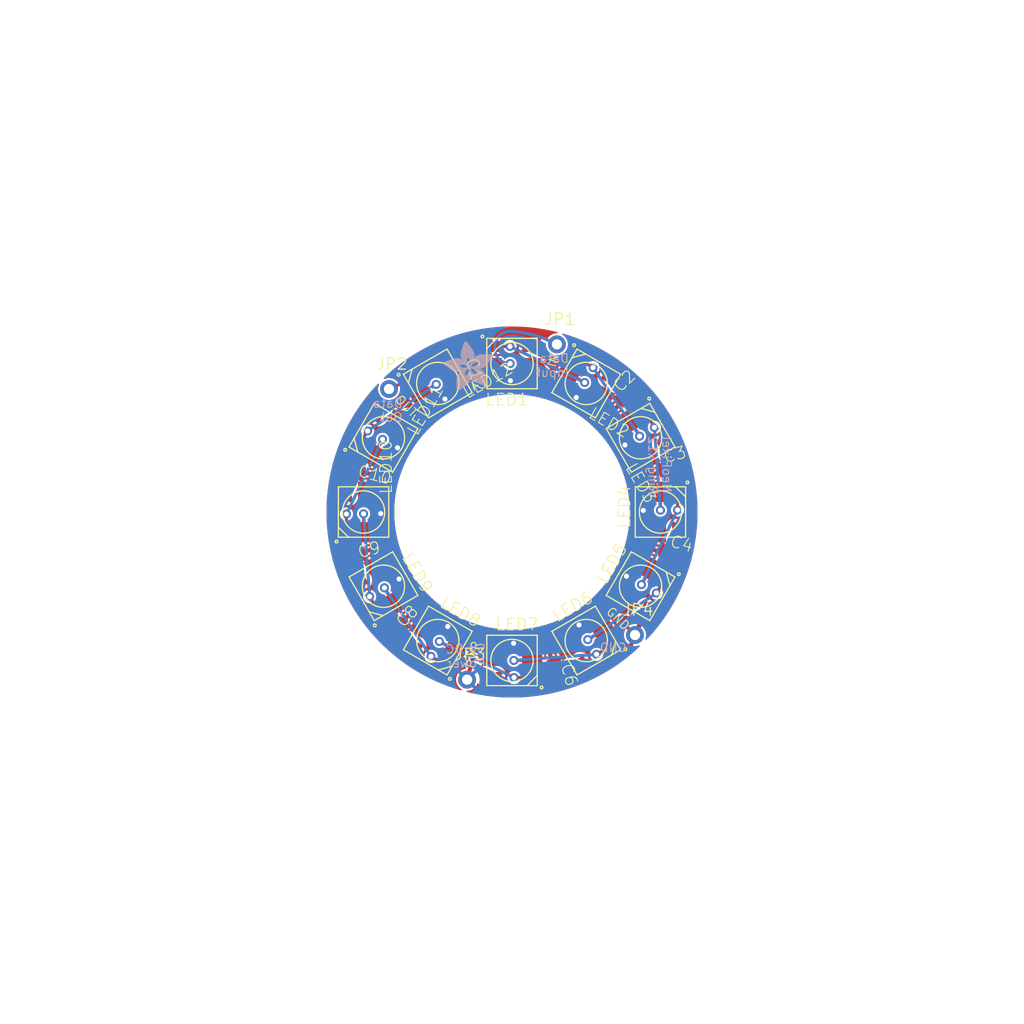
<source format=kicad_pcb>
(kicad_pcb (version 20221018) (generator pcbnew)
  (layers (0 "F.Cu" signal) (31 "B.Cu" signal) (34 "B.Paste" user) (35 "F.Paste" user) (36 "B.SilkS" user "B.Silkscreen") (37 "F.SilkS" user "F.Silkscreen") (38 "B.Mask" user) (39 "F.Mask" user) (44 "Edge.Cuts" user))
  (net 0 "")
  (net 1 "VDD")
  (net 2 "GND")
  (net 3 "N$1")
  (net 4 "N$2")
  (net 5 "N$3")
  (net 6 "N$4")
  (net 7 "N$5")
  (net 8 "N$6")
  (net 9 "N$7")
  (net 10 "N$8")
  (net 11 "N$9")
  (net 12 "N$10")
  (net 13 "N$11")
  (net 14 "N$13")
  (net 15 "N$14")
  (footprint "working:WS28115050" (layer "F.Cu") (at 161.259265 112.3696 60)
    (fp_text reference "LED5" (at -1.7 -2.9 60) (layer "F.SilkS") (effects (font (size 1.1684 1.1684) (thickness 0.1016)) (justify left bottom)))
    (fp_text value "WS28115050")
    (pad "DI" smd rect (at 2 0 60) (size 2 1.1) (layers "F.Cu" "F.Paste" "F.Mask") (net 6 "N$4"))
    (pad "DO" smd rect (at 2 1.7 60) (size 2 1.1) (layers "F.Cu" "F.Paste" "F.Mask") (net 7 "N$5"))
    (pad "LEDVDD" smd rect (at -2 0 60) (size 2 1.1) (layers "F.Cu" "F.Paste" "F.Mask") (net 1 "VDD"))
    (pad "NC" smd rect (at -2 -1.7 60) (size 2 1.1) (layers "F.Cu" "F.Paste" "F.Mask"))
    (pad "VDD" smd rect (at 2 -1.7 60) (size 2 1.1) (layers "F.Cu" "F.Paste" "F.Mask") (net 1 "VDD"))
    (pad "VSS" smd rect (at -2 1.7 60) (size 2 1.1) (layers "F.Cu" "F.Paste" "F.Mask") (net 2 "GND"))
  )
  (footprint "working:WS28115050" (layer "F.Cu") (at 155.8671 117.761765 30)
    (fp_text reference "LED6" (at -1.7 -2.9 30) (layer "F.SilkS") (effects (font (size 1.1684 1.1684) (thickness 0.1016)) (justify left bottom)))
    (fp_text value "WS28115050")
    (pad "DI" smd rect (at 2 0 30) (size 2 1.1) (layers "F.Cu" "F.Paste" "F.Mask") (net 7 "N$5"))
    (pad "DO" smd rect (at 2 1.7 30) (size 2 1.1) (layers "F.Cu" "F.Paste" "F.Mask") (net 8 "N$6"))
    (pad "LEDVDD" smd rect (at -2 0 30) (size 2 1.1) (layers "F.Cu" "F.Paste" "F.Mask") (net 1 "VDD"))
    (pad "NC" smd rect (at -2 -1.7 30) (size 2 1.1) (layers "F.Cu" "F.Paste" "F.Mask"))
    (pad "VDD" smd rect (at 2 -1.7 30) (size 2 1.1) (layers "F.Cu" "F.Paste" "F.Mask") (net 1 "VDD"))
    (pad "VSS" smd rect (at -2 1.7 30) (size 2 1.1) (layers "F.Cu" "F.Paste" "F.Mask") (net 2 "GND"))
  )
  (footprint "working:WS28115050" (layer "F.Cu") (at 148.5011 119.7356)
    (fp_text reference "LED7" (at -1.7 -2.9) (layer "F.SilkS") (effects (font (size 1.1684 1.1684) (thickness 0.1016)) (justify left bottom)))
    (fp_text value "WS28115050")
    (pad "DI" smd rect (at 2 0) (size 2 1.1) (layers "F.Cu" "F.Paste" "F.Mask") (net 8 "N$6"))
    (pad "DO" smd rect (at 2 1.7) (size 2 1.1) (layers "F.Cu" "F.Paste" "F.Mask") (net 9 "N$7"))
    (pad "LEDVDD" smd rect (at -2 0) (size 2 1.1) (layers "F.Cu" "F.Paste" "F.Mask") (net 1 "VDD"))
    (pad "NC" smd rect (at -2 -1.7) (size 2 1.1) (layers "F.Cu" "F.Paste" "F.Mask"))
    (pad "VDD" smd rect (at 2 -1.7) (size 2 1.1) (layers "F.Cu" "F.Paste" "F.Mask") (net 1 "VDD"))
    (pad "VSS" smd rect (at -2 1.7) (size 2 1.1) (layers "F.Cu" "F.Paste" "F.Mask") (net 2 "GND"))
  )
  (footprint "working:1X01-CLEANBIG" (layer "F.Cu") (at 136.297707 92.799388)
    (fp_text reference "JP2" (at -1.3462 -1.8288) (layer "F.SilkS") (effects (font (size 1.143 1.143) (thickness 0.127)) (justify left bottom)))
    (fp_text value "")
    (pad "1" thru_hole circle (at 0 0) (size 1.778 1.778) (drill 1.016) (layers "*.Cu" "*.Mask") (net 15 "N$14"))
  )
  (footprint "working:WS28115050" (layer "F.Cu") (at 141.1351 92.245435 -150)
    (fp_text reference "LED12" (at -1.7 -2.9 -150) (layer "F.SilkS") (effects (font (size 1.1684 1.1684) (thickness 0.1016)) (justify left bottom)))
    (fp_text value "WS28115050")
    (pad "DI" smd rect (at 2 0 210) (size 2 1.1) (layers "F.Cu" "F.Paste" "F.Mask") (net 13 "N$11"))
    (pad "DO" smd rect (at 2 1.7 210) (size 2 1.1) (layers "F.Cu" "F.Paste" "F.Mask") (net 15 "N$14"))
    (pad "LEDVDD" smd rect (at -2 0 210) (size 2 1.1) (layers "F.Cu" "F.Paste" "F.Mask") (net 1 "VDD"))
    (pad "NC" smd rect (at -2 -1.7 210) (size 2 1.1) (layers "F.Cu" "F.Paste" "F.Mask"))
    (pad "VDD" smd rect (at 2 -1.7 210) (size 2 1.1) (layers "F.Cu" "F.Paste" "F.Mask") (net 1 "VDD"))
    (pad "VSS" smd rect (at -2 1.7 210) (size 2 1.1) (layers "F.Cu" "F.Paste" "F.Mask") (net 2 "GND"))
  )
  (footprint "working:1X01-CLEANBIG" (layer "F.Cu") (at 152.960375 88.366441)
    (fp_text reference "JP1" (at -1.3462 -1.8288) (layer "F.SilkS") (effects (font (size 1.143 1.143) (thickness 0.127)) (justify left bottom)))
    (fp_text value "")
    (pad "1" thru_hole circle (at 0 0) (size 1.778 1.778) (drill 1.016) (layers "*.Cu" "*.Mask") (net 14 "N$13"))
  )
  (footprint "working:C0603" (layer "F.Cu") (at 164.44849 109.27664 -15)
    (fp_text reference "C4" (at -0.635 -0.635 -15) (layer "F.SilkS") (effects (font (size 1.1684 1.1684) (thickness 0.1016)) (justify left bottom)))
    (fp_text value "")
    (pad "1" smd rect (at -0.85 0 345) (size 1.1 1) (layers "F.Cu" "F.Paste" "F.Mask") (net 1 "VDD"))
    (pad "2" smd rect (at 0.85 0 345) (size 1.1 1) (layers "F.Cu" "F.Paste" "F.Mask") (net 2 "GND"))
  )
  (footprint "working:C0603" (layer "F.Cu") (at 160.175446 93.329254 45)
    (fp_text reference "C2" (at -0.635 -0.635 45) (layer "F.SilkS") (effects (font (size 1.1684 1.1684) (thickness 0.1016)) (justify left bottom)))
    (fp_text value "")
    (pad "1" smd rect (at -0.85 0 45) (size 1.1 1) (layers "F.Cu" "F.Paste" "F.Mask") (net 1 "VDD"))
    (pad "2" smd rect (at 0.85 0 45) (size 1.1 1) (layers "F.Cu" "F.Paste" "F.Mask") (net 2 "GND"))
  )
  (footprint "working:WS28115050" (layer "F.Cu") (at 163.2331 105.0036 90)
    (fp_text reference "LED4" (at -1.7 -2.9 90) (layer "F.SilkS") (effects (font (size 1.1684 1.1684) (thickness 0.1016)) (justify left bottom)))
    (fp_text value "WS28115050")
    (pad "DI" smd rect (at 2 0 90) (size 2 1.1) (layers "F.Cu" "F.Paste" "F.Mask") (net 5 "N$3"))
    (pad "DO" smd rect (at 2 1.7 90) (size 2 1.1) (layers "F.Cu" "F.Paste" "F.Mask") (net 6 "N$4"))
    (pad "LEDVDD" smd rect (at -2 0 90) (size 2 1.1) (layers "F.Cu" "F.Paste" "F.Mask") (net 1 "VDD"))
    (pad "NC" smd rect (at -2 -1.7 90) (size 2 1.1) (layers "F.Cu" "F.Paste" "F.Mask"))
    (pad "VDD" smd rect (at 2 -1.7 90) (size 2 1.1) (layers "F.Cu" "F.Paste" "F.Mask") (net 1 "VDD"))
    (pad "VSS" smd rect (at -2 1.7 90) (size 2 1.1) (layers "F.Cu" "F.Paste" "F.Mask") (net 2 "GND"))
  )
  (footprint "working:C0603" (layer "F.Cu") (at 152.77414 120.95099 -75)
    (fp_text reference "C6" (at -0.635 -0.635 -75) (layer "F.SilkS") (effects (font (size 1.1684 1.1684) (thickness 0.1016)) (justify left bottom)))
    (fp_text value "")
    (pad "1" smd rect (at -0.85 0 285) (size 1.1 1) (layers "F.Cu" "F.Paste" "F.Mask") (net 1 "VDD"))
    (pad "2" smd rect (at 0.85 0 285) (size 1.1 1) (layers "F.Cu" "F.Paste" "F.Mask") (net 2 "GND"))
  )
  (footprint "working:WS28115050" (layer "F.Cu") (at 148.5011 90.2716 180)
    (fp_text reference "LED1" (at -1.7 -2.9 180) (layer "F.SilkS") (effects (font (size 1.1684 1.1684) (thickness 0.1016)) (justify right top)))
    (fp_text value "WS28115050")
    (pad "DI" smd rect (at 2 0 180) (size 2 1.1) (layers "F.Cu" "F.Paste" "F.Mask") (net 14 "N$13"))
    (pad "DO" smd rect (at 2 1.7 180) (size 2 1.1) (layers "F.Cu" "F.Paste" "F.Mask") (net 3 "N$1"))
    (pad "LEDVDD" smd rect (at -2 0 180) (size 2 1.1) (layers "F.Cu" "F.Paste" "F.Mask") (net 1 "VDD"))
    (pad "NC" smd rect (at -2 -1.7 180) (size 2 1.1) (layers "F.Cu" "F.Paste" "F.Mask"))
    (pad "VDD" smd rect (at 2 -1.7 180) (size 2 1.1) (layers "F.Cu" "F.Paste" "F.Mask") (net 1 "VDD"))
    (pad "VSS" smd rect (at -2 1.7 180) (size 2 1.1) (layers "F.Cu" "F.Paste" "F.Mask") (net 2 "GND"))
  )
  (footprint "working:1X01-CLEANBIG" (layer "F.Cu") (at 144.044166 121.6448)
    (fp_text reference "JP3" (at -1.3462 -1.8288) (layer "F.SilkS") (effects (font (size 1.143 1.143) (thickness 0.127)) (justify left bottom)))
    (fp_text value "")
    (pad "1" thru_hole circle (at 0 0) (size 1.778 1.778) (drill 1.016) (layers "*.Cu" "*.Mask") (net 1 "VDD"))
  )
  (footprint "working:GUIDE-STAR-12" (layer "F.Cu") (at 148.5011 105.0036)
    (fp_text reference "U$1" hide)
    (fp_text value "" hide)
  )
  (footprint "working:C0603" (layer "F.Cu") (at 132.55371 100.73056 165)
    (fp_text reference "C10" (at -0.635 -0.635 165) (layer "F.SilkS") (effects (font (size 1.1684 1.1684) (thickness 0.1016)) (justify left bottom)))
    (fp_text value "")
    (pad "1" smd rect (at -0.85 0 165) (size 1.1 1) (layers "F.Cu" "F.Paste" "F.Mask") (net 1 "VDD"))
    (pad "2" smd rect (at 0.85 0 165) (size 1.1 1) (layers "F.Cu" "F.Paste" "F.Mask") (net 2 "GND"))
  )
  (footprint "working:GUIDE-STAR-12" (layer "F.Cu") (at 148.5011 105.0036 15)
    (fp_text reference "U$2" hide)
    (fp_text value "" hide)
  )
  (footprint "working:WS28115050" (layer "F.Cu") (at 135.742935 97.6376 -120)
    (fp_text reference "LED11" (at -1.7 -2.9 -120) (layer "F.SilkS") (effects (font (size 1.1684 1.1684) (thickness 0.1016)) (justify left bottom)))
    (fp_text value "WS28115050")
    (pad "DI" smd rect (at 2 0 240) (size 2 1.1) (layers "F.Cu" "F.Paste" "F.Mask") (net 12 "N$10"))
    (pad "DO" smd rect (at 2 1.7 240) (size 2 1.1) (layers "F.Cu" "F.Paste" "F.Mask") (net 13 "N$11"))
    (pad "LEDVDD" smd rect (at -2 0 240) (size 2 1.1) (layers "F.Cu" "F.Paste" "F.Mask") (net 1 "VDD"))
    (pad "NC" smd rect (at -2 -1.7 240) (size 2 1.1) (layers "F.Cu" "F.Paste" "F.Mask"))
    (pad "VDD" smd rect (at 2 -1.7 240) (size 2 1.1) (layers "F.Cu" "F.Paste" "F.Mask") (net 1 "VDD"))
    (pad "VSS" smd rect (at -2 1.7 240) (size 2 1.1) (layers "F.Cu" "F.Paste" "F.Mask") (net 2 "GND"))
  )
  (footprint "working:1X01-CLEANBIG" (layer "F.Cu") (at 160.708237 117.211259)
    (fp_text reference "JP4" (at -1.3462 -1.8288) (layer "F.SilkS") (effects (font (size 1.143 1.143) (thickness 0.127)) (justify left bottom)))
    (fp_text value "")
    (pad "1" thru_hole circle (at 0 0) (size 1.778 1.778) (drill 1.016) (layers "*.Cu" "*.Mask") (net 2 "GND"))
  )
  (footprint "working:WS28115050" (layer "F.Cu") (at 141.1351 117.761765 -30)
    (fp_text reference "LED8" (at -1.7 -2.9 -30) (layer "F.SilkS") (effects (font (size 1.1684 1.1684) (thickness 0.1016)) (justify left bottom)))
    (fp_text value "WS28115050")
    (pad "DI" smd rect (at 2 0 330) (size 2 1.1) (layers "F.Cu" "F.Paste" "F.Mask") (net 9 "N$7"))
    (pad "DO" smd rect (at 2 1.7 330) (size 2 1.1) (layers "F.Cu" "F.Paste" "F.Mask") (net 10 "N$8"))
    (pad "LEDVDD" smd rect (at -2 0 330) (size 2 1.1) (layers "F.Cu" "F.Paste" "F.Mask") (net 1 "VDD"))
    (pad "NC" smd rect (at -2 -1.7 330) (size 2 1.1) (layers "F.Cu" "F.Paste" "F.Mask"))
    (pad "VDD" smd rect (at 2 -1.7 330) (size 2 1.1) (layers "F.Cu" "F.Paste" "F.Mask") (net 1 "VDD"))
    (pad "VSS" smd rect (at -2 1.7 330) (size 2 1.1) (layers "F.Cu" "F.Paste" "F.Mask") (net 2 "GND"))
  )
  (footprint "working:WS28115050" (layer "F.Cu") (at 161.259265 97.6376 120)
    (fp_text reference "LED3" (at -1.7 -2.9 120) (layer "F.SilkS") (effects (font (size 1.1684 1.1684) (thickness 0.1016)) (justify left bottom)))
    (fp_text value "WS28115050")
    (pad "DI" smd rect (at 2 0 120) (size 2 1.1) (layers "F.Cu" "F.Paste" "F.Mask") (net 4 "N$2"))
    (pad "DO" smd rect (at 2 1.7 120) (size 2 1.1) (layers "F.Cu" "F.Paste" "F.Mask") (net 5 "N$3"))
    (pad "LEDVDD" smd rect (at -2 0 120) (size 2 1.1) (layers "F.Cu" "F.Paste" "F.Mask") (net 1 "VDD"))
    (pad "NC" smd rect (at -2 -1.7 120) (size 2 1.1) (layers "F.Cu" "F.Paste" "F.Mask"))
    (pad "VDD" smd rect (at 2 -1.7 120) (size 2 1.1) (layers "F.Cu" "F.Paste" "F.Mask") (net 1 "VDD"))
    (pad "VSS" smd rect (at -2 1.7 120) (size 2 1.1) (layers "F.Cu" "F.Paste" "F.Mask") (net 2 "GND"))
  )
  (footprint "working:C0603" (layer "F.Cu") (at 132.55371 109.27664 -165)
    (fp_text reference "C9" (at -0.635 -0.635 -165) (layer "F.SilkS") (effects (font (size 1.1684 1.1684) (thickness 0.1016)) (justify left bottom)))
    (fp_text value "")
    (pad "1" smd rect (at -0.85 0 195) (size 1.1 1) (layers "F.Cu" "F.Paste" "F.Mask") (net 1 "VDD"))
    (pad "2" smd rect (at 0.85 0 195) (size 1.1 1) (layers "F.Cu" "F.Paste" "F.Mask") (net 2 "GND"))
  )
  (footprint "working:C0603" (layer "F.Cu") (at 164.44849 100.73056 15)
    (fp_text reference "C3" (at -0.635 -0.635 15) (layer "F.SilkS") (effects (font (size 1.1684 1.1684) (thickness 0.1016)) (justify left bottom)))
    (fp_text value "")
    (pad "1" smd rect (at -0.85 0 15) (size 1.1 1) (layers "F.Cu" "F.Paste" "F.Mask") (net 1 "VDD"))
    (pad "2" smd rect (at 0.85 0 15) (size 1.1 1) (layers "F.Cu" "F.Paste" "F.Mask") (net 2 "GND"))
  )
  (footprint "working:WS28115050" (layer "F.Cu") (at 135.742935 112.3696 -60)
    (fp_text reference "LED9" (at -1.7 -2.9 -60) (layer "F.SilkS") (effects (font (size 1.1684 1.1684) (thickness 0.1016)) (justify left bottom)))
    (fp_text value "WS28115050")
    (pad "DI" smd rect (at 2 0 300) (size 2 1.1) (layers "F.Cu" "F.Paste" "F.Mask") (net 10 "N$8"))
    (pad "DO" smd rect (at 2 1.7 300) (size 2 1.1) (layers "F.Cu" "F.Paste" "F.Mask") (net 11 "N$9"))
    (pad "LEDVDD" smd rect (at -2 0 300) (size 2 1.1) (layers "F.Cu" "F.Paste" "F.Mask") (net 1 "VDD"))
    (pad "NC" smd rect (at -2 -1.7 300) (size 2 1.1) (layers "F.Cu" "F.Paste" "F.Mask"))
    (pad "VDD" smd rect (at 2 -1.7 300) (size 2 1.1) (layers "F.Cu" "F.Paste" "F.Mask") (net 1 "VDD"))
    (pad "VSS" smd rect (at -2 1.7 300) (size 2 1.1) (layers "F.Cu" "F.Paste" "F.Mask") (net 2 "GND"))
  )
  (footprint "working:WS28115050" (layer "F.Cu") (at 133.7691 105.0036 -90)
    (fp_text reference "LED10" (at -1.7 -2.9 -90) (layer "F.SilkS") (effects (font (size 1.1684 1.1684) (thickness 0.1016)) (justify left bottom)))
    (fp_text value "WS28115050")
    (pad "DI" smd rect (at 2 0 270) (size 2 1.1) (layers "F.Cu" "F.Paste" "F.Mask") (net 11 "N$9"))
    (pad "DO" smd rect (at 2 1.7 270) (size 2 1.1) (layers "F.Cu" "F.Paste" "F.Mask") (net 12 "N$10"))
    (pad "LEDVDD" smd rect (at -2 0 270) (size 2 1.1) (layers "F.Cu" "F.Paste" "F.Mask") (net 1 "VDD"))
    (pad "NC" smd rect (at -2 -1.7 270) (size 2 1.1) (layers "F.Cu" "F.Paste" "F.Mask"))
    (pad "VDD" smd rect (at 2 -1.7 270) (size 2 1.1) (layers "F.Cu" "F.Paste" "F.Mask") (net 1 "VDD"))
    (pad "VSS" smd rect (at -2 1.7 270) (size 2 1.1) (layers "F.Cu" "F.Paste" "F.Mask") (net 2 "GND"))
  )
  (footprint "working:WS28115050" (layer "F.Cu") (at 155.8671 92.245435 150)
    (fp_text reference "LED2" (at -1.7 -2.9 150) (layer "F.SilkS") (effects (font (size 1.1684 1.1684) (thickness 0.1016)) (justify left bottom)))
    (fp_text value "WS28115050")
    (pad "DI" smd rect (at 2 0 150) (size 2 1.1) (layers "F.Cu" "F.Paste" "F.Mask") (net 3 "N$1"))
    (pad "DO" smd rect (at 2 1.7 150) (size 2 1.1) (layers "F.Cu" "F.Paste" "F.Mask") (net 4 "N$2"))
    (pad "LEDVDD" smd rect (at -2 0 150) (size 2 1.1) (layers "F.Cu" "F.Paste" "F.Mask") (net 1 "VDD"))
    (pad "NC" smd rect (at -2 -1.7 150) (size 2 1.1) (layers "F.Cu" "F.Paste" "F.Mask"))
    (pad "VDD" smd rect (at 2 -1.7 150) (size 2 1.1) (layers "F.Cu" "F.Paste" "F.Mask") (net 1 "VDD"))
    (pad "VSS" smd rect (at -2 1.7 150) (size 2 1.1) (layers "F.Cu" "F.Paste" "F.Mask") (net 2 "GND"))
  )
  (footprint "working:C0603" (layer "F.Cu") (at 136.826754 116.677946 -135)
    (fp_text reference "C8" (at -0.635 -0.635 -135) (layer "F.SilkS") (effects (font (size 1.1684 1.1684) (thickness 0.1016)) (justify left bottom)))
    (fp_text value "")
    (pad "1" smd rect (at -0.85 0 225) (size 1.1 1) (layers "F.Cu" "F.Paste" "F.Mask") (net 1 "VDD"))
    (pad "2" smd rect (at 0.85 0 225) (size 1.1 1) (layers "F.Cu" "F.Paste" "F.Mask") (net 2 "GND"))
  )
  (footprint "working:C0603" (layer "F.Cu") (at 144.22806 89.05621 105)
    (fp_text reference "C12" (at -0.635 -0.635 105) (layer "F.SilkS") (effects (font (size 1.1684 1.1684) (thickness 0.1016)) (justify left bottom)))
    (fp_text value "")
    (pad "1" smd rect (at -0.85 0 105) (size 1.1 1) (layers "F.Cu" "F.Paste" "F.Mask") (net 1 "VDD"))
    (pad "2" smd rect (at 0.85 0 105) (size 1.1 1) (layers "F.Cu" "F.Paste" "F.Mask") (net 2 "GND"))
  )
  (footprint "working:ADAFRUIT_5MM" (layer "B.Cu") (at 146.5961 92.9386 180)
    (fp_text reference "U$3" hide)
    (fp_text value "" hide)
  )
  (gr_arc (start 130.0861 105.0036) (mid 135.479729 91.982229) (end 148.5011 86.5886) (stroke (width 0.000003)) (layer "Edge.Cuts"))
  (gr_arc (start 166.9161 105.0036) (mid 161.522471 118.024971) (end 148.5011 123.4186) (stroke (width 0.000003)) (layer "Edge.Cuts"))
  (gr_arc (start 148.5011 86.5886) (mid 161.522471 91.982229) (end 166.9161 105.0036) (stroke (width 0.000003)) (layer "Edge.Cuts"))
  (gr_circle (center 148.5011 105.0036) (end 160.1851 105.0036) (stroke (width 0.000003)) (fill none) (layer "Edge.Cuts"))
  (gr_arc (start 148.5011 123.4186) (mid 135.479729 118.024971) (end 130.0861 105.0036) (stroke (width 0.000003)) (layer "Edge.Cuts"))
  (gr_text "NeoPixel\nRing x12" (at 164.3761 97.3836 -90) (layer "B.SilkS") (effects (font (size 0.86868 0.86868) (thickness 0.09652)) (justify right top mirror)))
  (gr_text "Data\nInput" (at 154.2161 91.6686) (layer "B.SilkS") (effects (font (size 0.86868 0.86868) (thickness 0.09652)) (justify left bottom mirror)))
  (gr_text "Data\nOut" (at 137.7061 96.1136) (layer "B.SilkS") (effects (font (size 0.86868 0.86868) (thickness 0.09652)) (justify left bottom mirror)))
  (gr_text "5V DC\nPower" (at 145.948832 120.520584) (layer "B.SilkS") (effects (font (size 0.86868 0.86868) (thickness 0.09652)) (justify left bottom mirror)))
  (gr_text "GND" (at 159.9311 118.9736) (layer "B.SilkS") (effects (font (size 0.86868 0.86868) (thickness 0.09652)) (justify left bottom mirror)))
  (gr_text "OUT" (at 136.737569 93.938422 315) (layer "F.SilkS") (effects (font (size 0.86868 0.86868) (thickness 0.09652)) (justify left bottom)))
  (gr_text "PWR" (at 144.793075 120.68354 75) (layer "F.SilkS") (effects (font (size 0.86868 0.86868) (thickness 0.09652)) (justify left bottom)))
  (gr_text "IN" (at 152.3111 89.1286 75) (layer "F.SilkS") (effects (font (size 0.86868 0.86868) (thickness 0.09652)) (justify right top)))
  (gr_text "GND" (at 160.354521 116.203618 315) (layer "F.SilkS") (effects (font (size 0.86868 0.86868) (thickness 0.09652)) (justify right top)))
  (segment (start 154.135046 118.761765) (end 152.554143 120.129953) (width 0.4064) (layer "F.Cu") (net 1))
  (segment (start 139.40305 116.761762) (end 137.427797 116.076903) (width 0.4064) (layer "F.Cu") (net 1))
  (segment (start 162.731196 101.190554) (end 163.627453 100.950557) (width 0.4064) (layer "F.Cu") (net 1))
  (segment (start 135.007097 101.38791) (end 136.215179 100.219654) (width 0.4064) (layer "F.Cu") (net 1))
  (segment (start 151.237371 90.127069) (end 152.585706 91.929985) (width 0.4064) (layer "F.Cu") (net 1))
  (segment (start 161.995103 101.38791) (end 161.5331 103.0036) (width 0.4064) (layer "F.Cu") (net 1))
  (segment (start 161.995103 108.61929) (end 160.787021 109.787546) (width 0.4064) (layer "F.Cu") (net 1))
  (segment (start 161.995103 101.38791) (end 162.731196 101.190554) (width 0.4064) (layer "F.Cu") (net 1))
  (segment (start 152.11679 118.497603) (end 149.770912 118.035187) (width 0.4064) (layer "F.Cu") (net 1))
  (segment (start 135.007097 108.61929) (end 134.271004 108.816646) (width 0.4064) (layer "F.Cu") (net 1))
  (segment (start 152.585706 91.929985) (end 153.285046 92.717679) (width 0.4064) (layer "F.Cu") (net 1))
  (segment (start 133.374747 100.950557) (end 134.271004 101.190554) (width 0.4064) (layer "F.Cu") (net 1))
  (segment (start 135.4691 107.0036) (end 135.470138 105.162859) (width 0.4064) (layer "F.Cu") (net 1))
  (segment (start 161.995103 108.61929) (end 162.731196 108.816646) (width 0.4064) (layer "F.Cu") (net 1))
  (segment (start 158.787021 96.75555) (end 159.706818 98.350325) (width 0.4064) (layer "F.Cu") (net 1))
  (segment (start 156.74915 115.289521) (end 155.154375 116.209318) (width 0.4064) (layer "F.Cu") (net 1))
  (segment (start 135.007097 108.61929) (end 135.4691 107.0036) (width 0.4064) (layer "F.Cu") (net 1))
  (segment (start 158.379412 95.125288) (end 159.574403 93.930297) (width 0.4064) (layer "F.Cu") (net 1))
  (segment (start 160.787021 109.787546) (end 159.865821 111.381287) (width 0.4064) (layer "F.Cu") (net 1))
  (segment (start 144.88541 91.509597) (end 144.688054 90.773504) (width 0.4064) (layer "F.Cu") (net 1))
  (segment (start 133.374747 109.056643) (end 134.742935 110.637546) (width 0.4064) (layer "F.Cu") (net 1))
  (segment (start 152.11679 118.497603) (end 152.314146 119.233696) (width 0.4064) (layer "F.Cu") (net 1))
  (segment (start 138.215179 113.25165) (end 137.295382 111.656875) (width 0.4064) (layer "F.Cu") (net 1))
  (segment (start 159.859468 114.829378) (end 157.639509 115.109687) (width 0.4064) (layer "F.Cu") (net 1))
  (segment (start 139.629557 94.892872) (end 140.25305 94.717679) (width 0.4064) (layer "F.Cu") (net 1))
  (segment (start 142.123413 116.368321) (end 143.717154 117.289521) (width 0.4064) (layer "F.Cu") (net 1))
  (segment (start 136.742938 95.90555) (end 137.170491 95.173554) (width 0.4064) (layer "F.Cu") (net 1))
  (segment (start 162.259265 99.369654) (end 163.627453 100.950557) (width 0.4064) (layer "F.Cu") (net 1))
  (segment (start 144.448057 89.877247) (end 144.688054 90.773504) (width 0.4064) (layer "F.Cu") (net 1))
  (segment (start 138.622788 114.881912) (end 138.215179 113.25165) (width 0.4064) (layer "F.Cu") (net 1))
  (segment (start 160.259265 114.10165) (end 159.859468 114.829378) (width 0.4064) (layer "F.Cu") (net 1))
  (segment (start 150.5011 118.0356) (end 149.770912 118.035187) (width 0.4064) (layer "F.Cu") (net 1))
  (segment (start 157.59915 93.245435) (end 159.574403 93.930297) (width 0.4064) (layer "F.Cu") (net 1))
  (segment (start 158.379412 95.125288) (end 158.787021 96.75555) (width 0.4064) (layer "F.Cu") (net 1))
  (segment (start 140.25305 94.717679) (end 141.847825 93.797882) (width 0.4064) (layer "F.Cu") (net 1))
  (segment (start 144.88541 91.509597) (end 146.5011 91.9716) (width 0.4064) (layer "F.Cu") (net 1))
  (segment (start 136.215179 100.219654) (end 137.136379 98.625913) (width 0.4064) (layer "F.Cu") (net 1))
  (segment (start 153.285046 92.717679) (end 154.878787 93.638879) (width 0.4064) (layer "F.Cu") (net 1))
  (segment (start 149.770912 118.035187) (end 148.660359 118.034562) (width 0.4064) (layer "F.Cu") (net 1))
  (segment (start 150.5011 90.2716) (end 151.237371 90.127069) (width 0.4064) (layer "F.Cu") (net 1))
  (segment (start 163.2331 107.0036) (end 163.627453 109.056643) (width 0.4064) (layer "F.Cu") (net 1))
  (segment (start 146.5011 91.9716) (end 148.341841 91.972638) (width 0.4064) (layer "F.Cu") (net 1))
  (segment (start 161.5331 103.0036) (end 161.532062 104.844341) (width 0.4064) (layer "F.Cu") (net 1))
  (segment (start 162.731196 108.816646) (end 163.627453 109.056643) (width 0.4064) (layer "F.Cu") (net 1))
  (segment (start 145.668954 119.744) (end 144.294582 117.911887) (width 0.4064) (layer "F.Cu") (net 1))
  (segment (start 157.639509 115.109687) (end 156.74915 115.289521) (width 0.4064) (layer "F.Cu") (net 1))
  (segment (start 137.427797 116.076903) (end 138.622788 114.881912) (width 0.4064) (layer "F.Cu") (net 1))
  (segment (start 152.554143 120.129953) (end 152.314146 119.233696) (width 0.4064) (layer "F.Cu") (net 1))
  (segment (start 144.043744 121.646971) (end 144.847579 118.659746) (width 0.4064) (layer "F.Cu") (net 1))
  (segment (start 142.867154 91.245435) (end 144.448057 89.877247) (width 0.4064) (layer "F.Cu") (net 1))
  (segment (start 144.294582 117.911887) (end 143.717154 117.289521) (width 0.4064) (layer "F.Cu") (net 1))
  (segment (start 135.007097 101.38791) (end 134.271004 101.190554) (width 0.4064) (layer "F.Cu") (net 1))
  (segment (start 137.170491 95.173554) (end 139.629557 94.892872) (width 0.4064) (layer "F.Cu") (net 1))
  (segment (start 146.5011 119.7356) (end 145.668954 119.744) (width 0.4064) (layer "F.Cu") (net 1))
  (segment (start 133.7691 103.0036) (end 133.374747 100.950557) (width 0.4064) (layer "F.Cu") (net 1))
  (segment (start 133.374747 109.056643) (end 134.271004 108.816646) (width 0.4064) (layer "F.Cu") (net 1))
  (via (at 161.532062 104.844341) (size 0.9064) (drill 0.5) (layers "F.Cu" "B.Cu") (net 1))
  (via (at 137.136379 98.625913) (size 0.9064) (drill 0.5) (layers "F.Cu" "B.Cu") (net 1))
  (via (at 159.706818 98.350325) (size 0.9064) (drill 0.5) (layers "F.Cu" "B.Cu") (net 1))
  (via (at 135.470138 105.162859) (size 0.9064) (drill 0.5) (layers "F.Cu" "B.Cu") (net 1))
  (via (at 141.847825 93.797882) (size 0.9064) (drill 0.5) (layers "F.Cu" "B.Cu") (net 1))
  (via (at 148.341841 91.972638) (size 0.9064) (drill 0.5) (layers "F.Cu" "B.Cu") (net 1))
  (via (at 142.123413 116.368321) (size 0.9064) (drill 0.5) (layers "F.Cu" "B.Cu") (net 1))
  (via (at 154.878787 93.638879) (size 0.9064) (drill 0.5) (layers "F.Cu" "B.Cu") (net 1))
  (via (at 137.295382 111.656875) (size 0.9064) (drill 0.5) (layers "F.Cu" "B.Cu") (net 1))
  (via (at 148.660359 118.034562) (size 0.9064) (drill 0.5) (layers "F.Cu" "B.Cu") (net 1))
  (via (at 155.154375 116.209318) (size 0.9064) (drill 0.5) (layers "F.Cu" "B.Cu") (net 1))
  (via (at 159.865821 111.381287) (size 0.9064) (drill 0.5) (layers "F.Cu" "B.Cu") (net 1))
  (segment (start 136.449938 99.918554) (end 136.744837 99.259518) (width 0.4064) (layer "B.Cu") (net 1))
  (segment (start 136.744837 99.259518) (end 137.076225 98.618055) (width 0.4064) (layer "B.Cu") (net 1))
  (segment (start 136.449938 110.088646) (end 136.192455 109.414113) (width 0.4064) (layer "B.Cu") (net 1))
  (segment (start 135.470138 104.844341) (end 135.490388 104.122619) (width 0.4064) (layer "B.Cu") (net 1))
  (segment (start 136.192455 109.414113) (end 135.973199 108.726203) (width 0.4064) (layer "B.Cu") (net 1))
  (segment (start 159.926118 111.390342) (end 159.559317 112.01216) (width 0.4064) (layer "B.Cu") (net 1))
  (segment (start 137.844184 112.611344) (end 137.443059 112.011018) (width 0.4064) (layer "B.Cu") (net 1))
  (segment (start 158.724111 113.189272) (end 158.258334 113.740863) (width 0.4064) (layer "B.Cu") (net 1))
  (segment (start 142.757018 116.759863) (end 142.115555 116.428475) (width 0.4064) (layer "B.Cu") (net 1))
  (segment (start 135.792858 101.980118) (end 135.973199 101.280997) (width 0.4064) (layer "B.Cu") (net 1))
  (segment (start 140.316465 94.780838) (end 140.893356 94.346684) (width 0.4064) (layer "B.Cu") (net 1))
  (segment (start 145.477618 92.295358) (end 146.185751 92.154502) (width 0.4064) (layer "B.Cu") (net 1))
  (segment (start 152.224529 117.532155) (end 151.52547 117.712479) (width 0.4064) (layer "B.Cu") (net 1))
  (segment (start 151.524582 92.295358) (end 152.223703 92.475699) (width 0.4064) (layer "B.Cu") (net 1))
  (segment (start 138.744157 113.739874) (end 138.278338 113.188235) (width 0.4064) (layer "B.Cu") (net 1))
  (segment (start 148.660359 91.972638) (end 149.382081 91.992888) (width 0.4064) (layer "B.Cu") (net 1))
  (segment (start 143.416054 117.054762) (end 142.757018 116.759863) (width 0.4064) (layer "B.Cu") (net 1))
  (segment (start 135.973199 108.726203) (end 135.792858 108.027082) (width 0.4064) (layer "B.Cu") (net 1))
  (segment (start 161.511814 105.886265) (end 161.451135 106.605653) (width 0.4064) (layer "B.Cu") (net 1))
  (segment (start 138.278338 96.818965) (end 138.744157 96.267326) (width 0.4064) (layer "B.Cu") (net 1))
  (segment (start 146.900668 92.053573) (end 148.341841 91.972638) (width 0.4064) (layer "B.Cu") (net 1))
  (segment (start 160.257476 110.748935) (end 159.926118 111.390342) (width 0.4064) (layer "B.Cu") (net 1))
  (segment (start 156.109325 115.661335) (end 155.509052 116.062425) (width 0.4064) (layer "B.Cu") (net 1))
  (segment (start 135.551073 103.403168) (end 135.652002 102.688251) (width 0.4064) (layer "B.Cu") (net 1))
  (segment (start 158.258334 113.740863) (end 157.762362 114.26547) (width 0.4064) (layer "B.Cu") (net 1))
  (segment (start 138.744157 96.267326) (end 139.240173 95.742673) (width 0.4064) (layer "B.Cu") (net 1))
  (segment (start 157.237755 114.761442) (end 156.686165 115.227219) (width 0.4064) (layer "B.Cu") (net 1))
  (segment (start 161.029001 101.280997) (end 161.209342 101.980118) (width 0.4064) (layer "B.Cu") (net 1))
  (segment (start 161.350198 102.688251) (end 161.451127 103.403168) (width 0.4064) (layer "B.Cu") (net 1))
  (segment (start 161.20937 108.028577) (end 161.029046 108.727636) (width 0.4064) (layer "B.Cu") (net 1))
  (segment (start 155.509052 116.062425) (end 154.887234 116.429226) (width 0.4064) (layer "B.Cu") (net 1))
  (segment (start 148.660359 118.034562) (end 148.341841 118.034562) (width 0.4064) (layer "B.Cu") (net 1))
  (segment (start 135.470138 105.162859) (end 135.470138 104.844341) (width 0.4064) (layer "B.Cu") (net 1))
  (segment (start 144.778497 117.531501) (end 144.090587 117.312245) (width 0.4064) (layer "B.Cu") (net 1))
  (segment (start 139.240173 114.264527) (end 138.744157 113.739874) (width 0.4064) (layer "B.Cu") (net 1))
  (segment (start 141.493682 93.945559) (end 142.115555 93.578725) (width 0.4064) (layer "B.Cu") (net 1))
  (segment (start 144.090587 92.694955) (end 144.778497 92.475699) (width 0.4064) (layer "B.Cu") (net 1))
  (segment (start 156.108844 94.346684) (end 156.685735 94.780838) (width 0.4064) (layer "B.Cu") (net 1))
  (segment (start 138.278338 113.188235) (end 137.844184 112.611344) (width 0.4064) (layer "B.Cu") (net 1))
  (segment (start 160.552349 110.089958) (end 160.257476 110.748935) (width 0.4064) (layer "B.Cu") (net 1))
  (segment (start 160.552262 99.918554) (end 160.809745 100.593087) (width 0.4064) (layer "B.Cu") (net 1))
  (segment (start 140.893356 115.660516) (end 140.316465 115.226362) (width 0.4064) (layer "B.Cu") (net 1))
  (segment (start 161.532062 105.164609) (end 161.532062 105.164607) (width 0.4064) (layer "B.Cu") (net 1))
  (segment (start 161.350214 107.320506) (end 161.20937 108.028577) (width 0.4064) (layer "B.Cu") (net 1))
  (segment (start 135.792858 108.027082) (end 135.652002 107.318949) (width 0.4064) (layer "B.Cu") (net 1))
  (segment (start 146.900668 117.953627) (end 146.185751 117.852698) (width 0.4064) (layer "B.Cu") (net 1))
  (segment (start 142.115555 93.578725) (end 142.757018 93.247337) (width 0.4064) (layer "B.Cu") (net 1))
  (segment (start 156.686165 115.227219) (end 156.109325 115.661335) (width 0.4064) (layer "B.Cu") (net 1))
  (segment (start 148.660359 91.972638) (end 148.660359 91.972638) (width 0.4064) (layer "B.Cu") (net 1))
  (segment (start 160.809745 100.593087) (end 161.029001 101.280997) (width 0.4064) (layer "B.Cu") (net 1))
  (segment (start 158.723862 96.818965) (end 159.158016 97.395856) (width 0.4064) (layer "B.Cu") (net 1))
  (segment (start 157.762027 95.742673) (end 158.258043 96.267326) (width 0.4064) (layer "B.Cu") (net 1))
  (segment (start 145.477618 117.711842) (end 144.778497 117.531501) (width 0.4064) (layer "B.Cu") (net 1))
  (segment (start 158.258043 96.267326) (end 158.723862 96.818965) (width 0.4064) (layer "B.Cu") (net 1))
  (segment (start 153.586851 117.055457) (end 152.912377 117.312918) (width 0.4064) (layer "B.Cu") (net 1))
  (segment (start 148.341841 118.034562) (end 147.620119 118.014312) (width 0.4064) (layer "B.Cu") (net 1))
  (segment (start 148.341841 118.034562) (end 148.341841 118.034562) (width 0.4064) (layer "B.Cu") (net 1))
  (segment (start 147.620119 118.014312) (end 146.900668 117.953627) (width 0.4064) (layer "B.Cu") (net 1))
  (segment (start 152.912377 117.312918) (end 152.224529 117.532155) (width 0.4064) (layer "B.Cu") (net 1))
  (segment (start 161.209342 101.980118) (end 161.350198 102.688251) (width 0.4064) (layer "B.Cu") (net 1))
  (segment (start 144.778497 92.475699) (end 145.477618 92.295358) (width 0.4064) (layer "B.Cu") (net 1))
  (segment (start 151.52547 117.712479) (end 150.817399 117.853323) (width 0.4064) (layer "B.Cu") (net 1))
  (segment (start 136.192455 100.593087) (end 136.449938 99.918554) (width 0.4064) (layer "B.Cu") (net 1))
  (segment (start 155.508518 93.945559) (end 156.108844 94.346684) (width 0.4064) (layer "B.Cu") (net 1))
  (segment (start 156.685735 94.780838) (end 157.237374 95.246657) (width 0.4064) (layer "B.Cu") (net 1))
  (segment (start 139.764826 114.760543) (end 139.240173 114.264527) (width 0.4064) (layer "B.Cu") (net 1))
  (segment (start 159.925975 98.618055) (end 160.257363 99.259518) (width 0.4064) (layer "B.Cu") (net 1))
  (segment (start 137.443059 97.996182) (end 137.844184 97.395856) (width 0.4064) (layer "B.Cu") (net 1))
  (segment (start 159.559141 97.996182) (end 159.925975 98.618055) (width 0.4064) (layer "B.Cu") (net 1))
  (segment (start 160.809809 109.415485) (end 160.552349 110.089958) (width 0.4064) (layer "B.Cu") (net 1))
  (segment (start 140.893356 94.346684) (end 141.493682 93.945559) (width 0.4064) (layer "B.Cu") (net 1))
  (segment (start 142.757018 93.247337) (end 143.416054 92.952438) (width 0.4064) (layer "B.Cu") (net 1))
  (segment (start 149.382081 91.992888) (end 150.101532 92.053573) (width 0.4064) (layer "B.Cu") (net 1))
  (segment (start 157.762362 114.26547) (end 157.237755 114.761442) (width 0.4064) (layer "B.Cu") (net 1))
  (segment (start 161.451127 103.403168) (end 161.532062 104.844341) (width 0.4064) (layer "B.Cu") (net 1))
  (segment (start 153.586146 92.952438) (end 154.245182 93.247337) (width 0.4064) (layer "B.Cu") (net 1))
  (segment (start 135.652002 107.318949) (end 135.551073 106.604032) (width 0.4064) (layer "B.Cu") (net 1))
  (segment (start 159.158227 112.612433) (end 158.724111 113.189272) (width 0.4064) (layer "B.Cu") (net 1))
  (segment (start 154.886645 93.578725) (end 155.508518 93.945559) (width 0.4064) (layer "B.Cu") (net 1))
  (segment (start 135.973199 101.280997) (end 136.192455 100.593087) (width 0.4064) (layer "B.Cu") (net 1))
  (segment (start 135.470138 104.844341) (end 135.470138 104.844341) (width 0.4064) (layer "B.Cu") (net 1))
  (segment (start 159.158016 97.395856) (end 159.559141 97.996182) (width 0.4064) (layer "B.Cu") (net 1))
  (segment (start 136.744837 110.747682) (end 136.449938 110.088646) (width 0.4064) (layer "B.Cu") (net 1))
  (segment (start 137.844184 97.395856) (end 138.278338 96.818965) (width 0.4064) (layer "B.Cu") (net 1))
  (segment (start 161.532062 105.164607) (end 161.511814 105.886265) (width 0.4064) (layer "B.Cu") (net 1))
  (segment (start 146.185751 117.852698) (end 145.477618 117.711842) (width 0.4064) (layer "B.Cu") (net 1))
  (segment (start 150.102546 117.954243) (end 148.6615 118.035171) (width 0.4064) (layer "B.Cu") (net 1))
  (segment (start 161.029046 108.727636) (end 160.809809 109.415485) (width 0.4064) (layer "B.Cu") (net 1))
  (segment (start 143.416054 92.952438) (end 144.090587 92.694955) (width 0.4064) (layer "B.Cu") (net 1))
  (segment (start 161.451135 106.605653) (end 161.350214 107.320506) (width 0.4064) (layer "B.Cu") (net 1))
  (segment (start 161.532062 104.844341) (end 161.532062 105.164609) (width 0.4064) (layer "B.Cu") (net 1))
  (segment (start 135.551073 106.604032) (end 135.470138 105.162859) (width 0.4064) (layer "B.Cu") (net 1))
  (segment (start 135.652002 102.688251) (end 135.792858 101.980118) (width 0.4064) (layer "B.Cu") (net 1))
  (segment (start 140.316465 115.226362) (end 139.764826 114.760543) (width 0.4064) (layer "B.Cu") (net 1))
  (segment (start 137.076225 98.618055) (end 137.443059 97.996182) (width 0.4064) (layer "B.Cu") (net 1))
  (segment (start 160.257363 99.259518) (end 160.552262 99.918554) (width 0.4064) (layer "B.Cu") (net 1))
  (segment (start 137.443059 112.011018) (end 137.076225 111.389145) (width 0.4064) (layer "B.Cu") (net 1))
  (segment (start 137.076225 111.389145) (end 136.744837 110.747682) (width 0.4064) (layer "B.Cu") (net 1))
  (segment (start 135.490388 104.122619) (end 135.551073 103.403168) (width 0.4064) (layer "B.Cu") (net 1))
  (segment (start 141.493682 116.061641) (end 140.893356 115.660516) (width 0.4064) (layer "B.Cu") (net 1))
  (segment (start 148.341841 91.972638) (end 148.660359 91.972638) (width 0.4064) (layer "B.Cu") (net 1))
  (segment (start 144.090587 117.312245) (end 143.416054 117.054762) (width 0.4064) (layer "B.Cu") (net 1))
  (segment (start 152.223703 92.475699) (end 152.911613 92.694955) (width 0.4064) (layer "B.Cu") (net 1))
  (segment (start 154.245828 116.760584) (end 153.586851 117.055457) (width 0.4064) (layer "B.Cu") (net 1))
  (segment (start 146.185751 92.154502) (end 146.900668 92.053573) (width 0.4064) (layer "B.Cu") (net 1))
  (segment (start 152.911613 92.694955) (end 153.586146 92.952438) (width 0.4064) (layer "B.Cu") (net 1))
  (segment (start 142.115555 116.428475) (end 141.493682 116.061641) (width 0.4064) (layer "B.Cu") (net 1))
  (segment (start 159.559317 112.01216) (end 159.158227 112.612433) (width 0.4064) (layer "B.Cu") (net 1))
  (segment (start 150.816449 92.154502) (end 151.524582 92.295358) (width 0.4064) (layer "B.Cu") (net 1))
  (segment (start 154.887234 116.429226) (end 154.245828 116.760584) (width 0.4064) (layer "B.Cu") (net 1))
  (segment (start 157.237374 95.246657) (end 157.762027 95.742673) (width 0.4064) (layer "B.Cu") (net 1))
  (segment (start 139.764826 95.246657) (end 140.316465 94.780838) (width 0.4064) (layer "B.Cu") (net 1))
  (segment (start 139.240173 95.742673) (end 139.764826 95.246657) (width 0.4064) (layer "B.Cu") (net 1))
  (segment (start 154.245182 93.247337) (end 154.886645 93.578725) (width 0.4064) (layer "B.Cu") (net 1))
  (segment (start 150.817399 117.853323) (end 150.102546 117.954243) (width 0.4064) (layer "B.Cu") (net 1))
  (segment (start 150.101532 92.053573) (end 150.816449 92.154502) (width 0.4064) (layer "B.Cu") (net 1))
  (segment (start 160.708237 117.211259) (end 161.731506 114.95165) (width 0.4572) (layer "F.Cu") (net 2))
  (segment (start 160.708237 117.211259) (end 160.161831 118.567178) (width 0.4064) (layer "F.Cu") (net 2))
  (segment (start 154.135046 91.245435) (end 155.710637 92.156282) (width 0.3048) (layer "F.Cu") (net 3))
  (segment (start 146.5011 88.5716) (end 148.300441 88.572847) (width 0.3048) (layer "F.Cu") (net 3))
  (via (at 155.710637 92.156282) (size 0.9064) (drill 0.5) (layers "F.Cu" "B.Cu") (net 3))
  (via (at 148.300441 88.572847) (size 0.9064) (drill 0.5) (layers "F.Cu" "B.Cu") (net 3))
  (segment (start 148.300441 88.572847) (end 155.710637 92.156282) (width 0.3048) (layer "B.Cu") (net 3))
  (segment (start 160.259265 95.90555) (end 161.168334 97.482407) (width 0.3048) (layer "F.Cu") (net 4))
  (segment (start 154.985046 89.773194) (end 156.54274 90.673682) (width 0.3048) (layer "F.Cu") (net 4))
  (via (at 161.168334 97.482407) (size 0.9064) (drill 0.5) (layers "F.Cu" "B.Cu") (net 4))
  (via (at 156.54274 90.673682) (size 0.9064) (drill 0.5) (layers "F.Cu" "B.Cu") (net 4))
  (segment (start 156.54274 90.673682) (end 161.168334 97.482407) (width 0.3048) (layer "B.Cu") (net 4))
  (segment (start 161.731506 95.05555) (end 162.630103 96.614235) (width 0.3048) (layer "F.Cu") (net 5))
  (segment (start 163.2331 103.0036) (end 163.232084 104.823513) (width 0.3048) (layer "F.Cu") (net 5))
  (via (at 163.232084 104.823513) (size 0.9064) (drill 0.5) (layers "F.Cu" "B.Cu") (net 5))
  (via (at 162.630103 96.614235) (size 0.9064) (drill 0.5) (layers "F.Cu" "B.Cu") (net 5))
  (segment (start 162.630103 96.614235) (end 163.232084 104.823513) (width 0.3048) (layer "B.Cu") (net 5))
  (segment (start 164.9331 103.0036) (end 164.931853 104.802941) (width 0.3048) (layer "F.Cu") (net 6))
  (segment (start 162.259265 110.637546) (end 161.348418 112.213137) (width 0.3048) (layer "F.Cu") (net 6))
  (via (at 161.348418 112.213137) (size 0.9064) (drill 0.5) (layers "F.Cu" "B.Cu") (net 6))
  (via (at 164.931853 104.802941) (size 0.9064) (drill 0.5) (layers "F.Cu" "B.Cu") (net 6))
  (segment (start 164.931853 104.802941) (end 161.348418 112.213137) (width 0.3048) (layer "B.Cu") (net 6))
  (segment (start 163.731506 111.487546) (end 162.831018 113.04524) (width 0.3048) (layer "F.Cu") (net 7))
  (segment (start 157.59915 116.761765) (end 156.022293 117.670834) (width 0.3048) (layer "F.Cu") (net 7))
  (via (at 156.022293 117.670834) (size 0.9064) (drill 0.5) (layers "F.Cu" "B.Cu") (net 7))
  (via (at 162.831018 113.04524) (size 0.9064) (drill 0.5) (layers "F.Cu" "B.Cu") (net 7))
  (segment (start 162.831018 113.04524) (end 156.022293 117.670834) (width 0.3048) (layer "B.Cu") (net 7))
  (segment (start 150.5011 119.7356) (end 148.681187 119.734584) (width 0.3048) (layer "F.Cu") (net 8))
  (segment (start 158.44915 118.234006) (end 156.890465 119.132603) (width 0.3048) (layer "F.Cu") (net 8))
  (via (at 148.681187 119.734584) (size 0.9064) (drill 0.5) (layers "F.Cu" "B.Cu") (net 8))
  (via (at 156.890465 119.132603) (size 0.9064) (drill 0.5) (layers "F.Cu" "B.Cu") (net 8))
  (segment (start 156.890465 119.132603) (end 148.681187 119.734584) (width 0.3048) (layer "B.Cu") (net 8))
  (segment (start 150.5011 121.4356) (end 148.701759 121.434353) (width 0.3048) (layer "F.Cu") (net 9))
  (segment (start 142.867154 118.761765) (end 141.291563 117.850918) (width 0.3048) (layer "F.Cu") (net 9))
  (via (at 141.291563 117.850918) (size 0.9064) (drill 0.5) (layers "F.Cu" "B.Cu") (net 9))
  (via (at 148.701759 121.434353) (size 0.9064) (drill 0.5) (layers "F.Cu" "B.Cu") (net 9))
  (segment (start 148.701759 121.434353) (end 141.291563 117.850918) (width 0.3048) (layer "B.Cu") (net 9))
  (segment (start 136.742935 114.10165) (end 135.833866 112.524793) (width 0.3048) (layer "F.Cu") (net 10))
  (segment (start 142.017154 120.234006) (end 140.45946 119.333518) (width 0.3048) (layer "F.Cu") (net 10))
  (via (at 140.45946 119.333518) (size 0.9064) (drill 0.5) (layers "F.Cu" "B.Cu") (net 10))
  (via (at 135.833866 112.524793) (size 0.9064) (drill 0.5) (layers "F.Cu" "B.Cu") (net 10))
  (segment (start 140.45946 119.333518) (end 135.833866 112.524793) (width 0.3048) (layer "B.Cu") (net 10))
  (segment (start 133.7691 107.0036) (end 133.770116 105.183687) (width 0.3048) (layer "F.Cu") (net 11))
  (segment (start 135.270694 114.95165) (end 134.372097 113.392965) (width 0.3048) (layer "F.Cu") (net 11))
  (via (at 134.372097 113.392965) (size 0.9064) (drill 0.5) (layers "F.Cu" "B.Cu") (net 11))
  (via (at 133.770116 105.183687) (size 0.9064) (drill 0.5) (layers "F.Cu" "B.Cu") (net 11))
  (segment (start 134.372097 113.392965) (end 133.770116 105.183687) (width 0.3048) (layer "B.Cu") (net 11))
  (segment (start 134.742935 99.369654) (end 135.653782 97.794063) (width 0.3048) (layer "F.Cu") (net 12))
  (segment (start 132.0691 107.0036) (end 132.070347 105.204259) (width 0.3048) (layer "F.Cu") (net 12))
  (via (at 132.070347 105.204259) (size 0.9064) (drill 0.5) (layers "F.Cu" "B.Cu") (net 12))
  (via (at 135.653782 97.794063) (size 0.9064) (drill 0.5) (layers "F.Cu" "B.Cu") (net 12))
  (segment (start 132.070347 105.204259) (end 135.653782 97.794063) (width 0.3048) (layer "B.Cu") (net 12))
  (segment (start 133.270694 98.519654) (end 134.171182 96.96196) (width 0.3048) (layer "F.Cu") (net 13))
  (segment (start 139.40305 93.245435) (end 140.979907 92.336366) (width 0.3048) (layer "F.Cu") (net 13))
  (via (at 134.171182 96.96196) (size 0.9064) (drill 0.5) (layers "F.Cu" "B.Cu") (net 13))
  (via (at 140.979907 92.336366) (size 0.9064) (drill 0.5) (layers "F.Cu" "B.Cu") (net 13))
  (segment (start 134.171182 96.96196) (end 140.979907 92.336366) (width 0.3048) (layer "B.Cu") (net 13))
  (segment (start 146.5011 90.2716) (end 148.321013 90.272616) (width 0.3048) (layer "F.Cu") (net 14))
  (via (at 148.321013 90.272616) (size 0.9064) (drill 0.5) (layers "F.Cu" "B.Cu") (net 14))
  (segment (start 147.331081 87.420091) (end 147.52872 87.278316) (width 0.3048) (layer "B.Cu") (net 14))
  (segment (start 148.270297 90.272616) (end 148.270297 90.272616) (width 0.3048) (layer "B.Cu") (net 14))
  (segment (start 147.811201 90.199902) (end 147.595819 90.110688) (width 0.3048) (layer "B.Cu") (net 14))
  (segment (start 148.321013 90.272616) (end 148.270297 90.272616) (width 0.3048) (layer "B.Cu") (net 14))
  (segment (start 147.068369 89.660202) (end 146.94656 89.461428) (width 0.3048) (layer "B.Cu") (net 14))
  (segment (start 146.902165 88.002997) (end 147.013898 87.786949) (width 0.3048) (layer "B.Cu") (net 14))
  (segment (start 146.784632 88.717094) (end 146.786103 88.473867) (width 0.3048) (layer "B.Cu") (net 14))
  (segment (start 147.746105 87.169204) (end 148.218344 87.058847) (width 0.3048) (layer "B.Cu") (net 14))
  (segment (start 148.037888 90.254325) (end 147.811201 90.199902) (width 0.3048) (layer "B.Cu") (net 14))
  (segment (start 147.158054 87.591039) (end 147.331081 87.420091) (width 0.3048) (layer "B.Cu") (net 14))
  (segment (start 146.94656 89.461428) (end 146.857346 89.246046) (width 0.3048) (layer "B.Cu") (net 14))
  (segment (start 148.218344 87.058847) (end 148.924882 87.112569) (width 0.3048) (layer "B.Cu") (net 14))
  (segment (start 148.218344 87.058847) (end 148.218344 87.058847) (width 0.3048) (layer "B.Cu") (net 14))
  (segment (start 147.013898 87.786949) (end 147.158054 87.591039) (width 0.3048) (layer "B.Cu") (net 14))
  (segment (start 147.595819 90.110688) (end 147.397045 89.988879) (width 0.3048) (layer "B.Cu") (net 14))
  (segment (start 147.397045 89.988879) (end 147.219773 89.837474) (width 0.3048) (layer "B.Cu") (net 14))
  (segment (start 148.924882 87.112569) (end 149.626498 87.211642) (width 0.3048) (layer "B.Cu") (net 14))
  (segment (start 146.786103 88.473867) (end 146.825605 88.233865) (width 0.3048) (layer "B.Cu") (net 14))
  (segment (start 151.00337 87.544013) (end 151.672918 87.775933) (width 0.3048) (layer "B.Cu") (net 14))
  (segment (start 147.52872 87.278316) (end 147.746105 87.169204) (width 0.3048) (layer "B.Cu") (net 14))
  (segment (start 146.825605 88.233865) (end 146.902165 88.002997) (width 0.3048) (layer "B.Cu") (net 14))
  (segment (start 150.320286 87.355656) (end 151.00337 87.544013) (width 0.3048) (layer "B.Cu") (net 14))
  (segment (start 146.784632 88.717094) (end 146.784632 88.717094) (width 0.3048) (layer "B.Cu") (net 14))
  (segment (start 146.784632 88.78695) (end 146.784632 88.717094) (width 0.3048) (layer "B.Cu") (net 14))
  (segment (start 147.219773 89.837474) (end 147.068369 89.660202) (width 0.3048) (layer "B.Cu") (net 14))
  (segment (start 149.626498 87.211642) (end 150.320286 87.355656) (width 0.3048) (layer "B.Cu") (net 14))
  (segment (start 151.672918 87.775933) (end 152.960375 88.366441) (width 0.3048) (layer "B.Cu") (net 14))
  (segment (start 146.857346 89.246046) (end 146.784632 88.78695) (width 0.3048) (layer "B.Cu") (net 14))
  (segment (start 148.270297 90.272616) (end 148.037888 90.254325) (width 0.3048) (layer "B.Cu") (net 14))
  (segment (start 138.55305 91.773194) (end 136.297707 92.799388) (width 0.3048) (layer "F.Cu") (net 15))
  (zone (net 2) (net_name "GND") (layer "F.Cu") (priority 6) (connect_pads (clearance 0.000001)) (min_thickness 0.13335) (fill yes (thermal_gap 0.3167) (thermal_bridge_width 0.3167))
    (polygon (pts (xy 167.68445 124.18695) (xy 129.31775 124.18695) (xy 129.31775 85.82025) (xy 167.68445 85.82025)))
  )
  (zone (net 1) (net_name "VDD") (layer "B.Cu") (priority 6) (connect_pads (clearance 0.000001)) (min_thickness 0.1524) (fill yes (thermal_gap 0.3548) (thermal_bridge_width 0.3548))
    (polygon (pts (xy 167.7035 124.206) (xy 129.2987 124.206) (xy 129.2987 85.8012) (xy 167.7035 85.8012)))
  )
)
</source>
